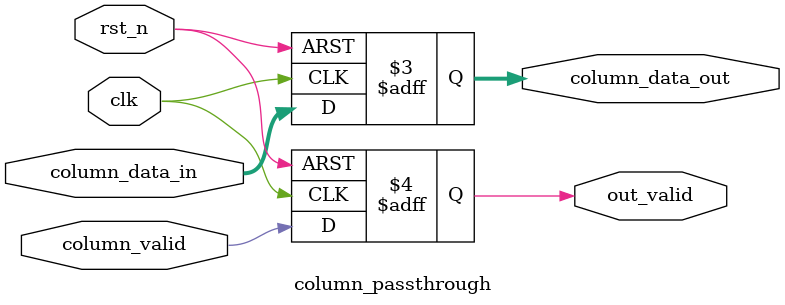
<source format=v>
`timescale 1ns / 1ps

// Module Name: column_passthrough
// Description: Ö±Í¨Ä£¿é£¬½«ÁÐÊý¾Ý´«µÝ¸øDWC£¨Ìæ´úline_window_packer£©
// Date: 2025-11-22
// Author: Peggy-August
//////////////////////////////////////////////////////////////////////////////////

module column_passthrough #(
  parameter integer TILE_H = 6,
  parameter integer UNIT_NUM = 16,
  parameter integer DATA_W = 8
)(
  input  wire clk,
  input  wire rst_n,
  
  // ÊäÈë£º1ÁÐµÄTILE_HÐÐÊý¾Ý
  input  wire [UNIT_NUM*TILE_H*DATA_W-1:0] column_data_in,
  input  wire column_valid,
  
  // Êä³ö£ºÖ±½Ó´«µÝ
  output reg  [UNIT_NUM*TILE_H*DATA_W-1:0] column_data_out,
  output reg  out_valid
);

  // Ìí¼ÓÒ»¼¶Á÷Ë®Ïß¼Ä´æÆ÷£¨¿ÉÑ¡£¬ÓÃÓÚÊ±ÐòÓÅ»¯£©
  always @(posedge clk or negedge rst_n) begin
    if (!rst_n) begin
      column_data_out <= {UNIT_NUM*TILE_H*DATA_W{1'b0}};
      out_valid <= 1'b0;
    end else begin
      column_data_out <= column_data_in;
      out_valid <= column_valid;
    end
  end

endmodule
</source>
